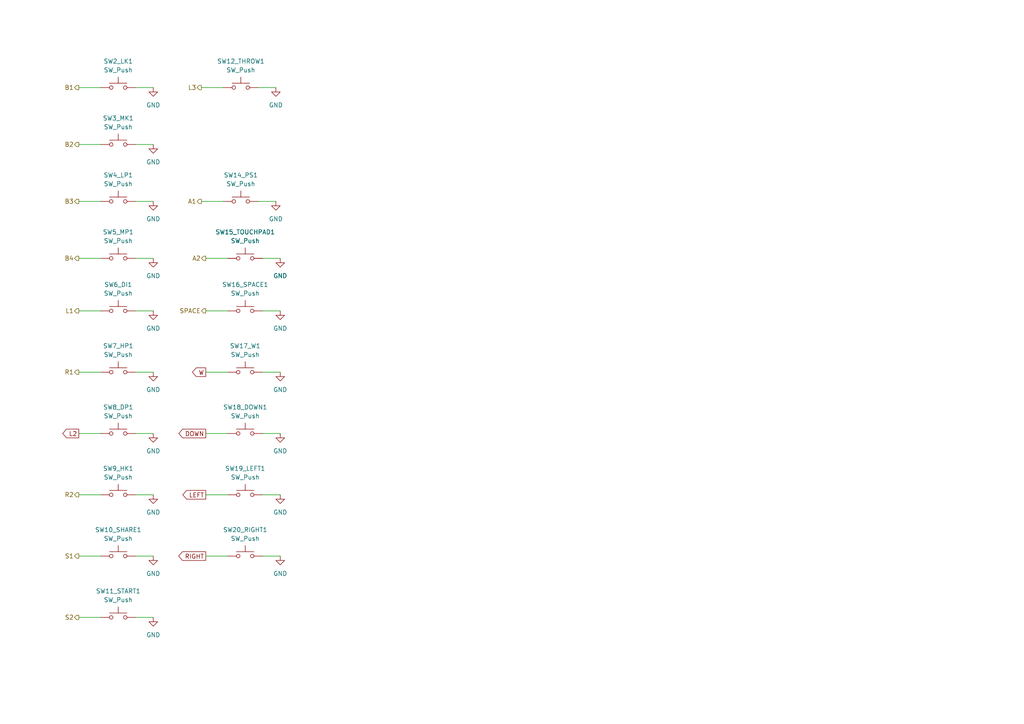
<source format=kicad_sch>
(kicad_sch (version 20231120) (generator "eeschema") (generator_version "8.0")
  (paper "A4")
  (lib_symbols
    (symbol "Switch:SW_Push" (pin_numbers hide) (pin_names (offset 1.016) hide)
      (property "Reference" "SW" (at 1.27 2.54 0))
      (property "Value" "SW_Push" (at 0 -1.524 0))
      (symbol "SW_Push_0_1"
        (circle (center -2.032 0) (radius 0.508))
        (polyline (pts (xy 0 1.27) (xy 0 3.048)))
        (polyline (pts (xy 2.54 1.27) (xy -2.54 1.27)))
        (circle (center 2.032 0) (radius 0.508))
        (pin passive line (at -5.08 0 0) (length 2.54) (name "1") (number "1"))
        (pin passive line (at 5.08 0 180) (length 2.54) (name "2") (number "2"))
      )
    )
    (symbol "power:GND" (power) (pin_names (offset 0))
      (property "Value" "GND" (at 0 -3.81 0))
      (symbol "GND_0_1"
        (polyline (pts (xy 0 0) (xy 0 -1.27) (xy 1.27 -1.27) (xy 0 -2.54) (xy -1.27 -1.27) (xy 0 -1.27)))
      )
      (symbol "GND_1_1"
        (pin power_in line (at 0 0 270) (length 0) hide (name "GND") (number "1"))
      )
    )
  )
  (wire (pts (xy 22.86 74.93) (xy 29.21 74.93)))
  (wire (pts (xy 59.69 90.17) (xy 66.04 90.17)))
  (wire (pts (xy 58.42 58.42) (xy 64.77 58.42)))
  (wire (pts (xy 58.42 25.4) (xy 64.77 25.4)))
  (wire (pts (xy 39.37 90.17) (xy 44.45 90.17)))
  (wire (pts (xy 76.2 143.51) (xy 81.28 143.51)))
  (wire (pts (xy 39.37 143.51) (xy 44.45 143.51)))
  (wire (pts (xy 76.2 90.17) (xy 81.28 90.17)))
  (wire (pts (xy 22.86 107.95) (xy 29.21 107.95)))
  (wire (pts (xy 22.86 125.73) (xy 29.21 125.73)))
  (wire (pts (xy 39.37 179.07) (xy 44.45 179.07)))
  (wire (pts (xy 59.69 125.73) (xy 66.04 125.73)))
  (wire (pts (xy 22.86 143.51) (xy 29.21 143.51)))
  (wire (pts (xy 76.2 74.93) (xy 81.28 74.93)))
  (wire (pts (xy 22.86 90.17) (xy 29.21 90.17)))
  (wire (pts (xy 22.86 41.91) (xy 29.21 41.91)))
  (wire (pts (xy 39.37 125.73) (xy 44.45 125.73)))
  (wire (pts (xy 39.37 25.4) (xy 44.45 25.4)))
  (wire (pts (xy 39.37 107.95) (xy 44.45 107.95)))
  (wire (pts (xy 59.69 143.51) (xy 66.04 143.51)))
  (wire (pts (xy 76.2 107.95) (xy 81.28 107.95)))
  (wire (pts (xy 59.69 74.93) (xy 66.04 74.93)))
  (wire (pts (xy 22.86 179.07) (xy 29.21 179.07)))
  (wire (pts (xy 76.2 125.73) (xy 81.28 125.73)))
  (wire (pts (xy 22.86 58.42) (xy 29.21 58.42)))
  (wire (pts (xy 39.37 74.93) (xy 44.45 74.93)))
  (wire (pts (xy 39.37 58.42) (xy 44.45 58.42)))
  (wire (pts (xy 39.37 41.91) (xy 44.45 41.91)))
  (wire (pts (xy 76.2 161.29) (xy 81.28 161.29)))
  (wire (pts (xy 74.93 58.42) (xy 80.01 58.42)))
  (wire (pts (xy 22.86 25.4) (xy 29.21 25.4)))
  (wire (pts (xy 39.37 161.29) (xy 44.45 161.29)))
  (wire (pts (xy 59.69 107.95) (xy 66.04 107.95)))
  (wire (pts (xy 22.86 161.29) (xy 29.21 161.29)))
  (wire (pts (xy 59.69 161.29) (xy 66.04 161.29)))
  (wire (pts (xy 74.93 25.4) (xy 80.01 25.4)))
  (global_label "W" (shape output) (at 59.69 107.95 180) (property "Intersheetrefs" "${INTERSHEET_REFS}" (effects (hide yes))))
  (global_label "RIGHT" (shape output) (at 59.69 161.29 180) (property "Intersheetrefs" "${INTERSHEET_REFS}" (effects (hide yes))))
  (global_label "LEFT" (shape output) (at 59.69 143.51 180) (property "Intersheetrefs" "${INTERSHEET_REFS}" (effects (hide yes))))
  (global_label "L2" (shape output) (at 22.86 125.73 180) (property "Intersheetrefs" "${INTERSHEET_REFS}" (effects (hide yes))))
  (global_label "DOWN" (shape output) (at 59.69 125.73 180) (property "Intersheetrefs" "${INTERSHEET_REFS}" (effects (hide yes))))
  (hierarchical_label "A2" (shape output) (at 59.69 74.93 180))
  (hierarchical_label "B1" (shape output) (at 22.86 25.4 180))
  (hierarchical_label "SPACE" (shape output) (at 59.69 90.17 180))
  (hierarchical_label "B3" (shape output) (at 22.86 58.42 180))
  (hierarchical_label "B4" (shape output) (at 22.86 74.93 180))
  (hierarchical_label "S2" (shape output) (at 22.86 179.07 180))
  (hierarchical_label "B2" (shape output) (at 22.86 41.91 180))
  (hierarchical_label "R1" (shape output) (at 22.86 107.95 180))
  (hierarchical_label "L1" (shape output) (at 22.86 90.17 180))
  (hierarchical_label "A1" (shape output) (at 58.42 58.42 180))
  (hierarchical_label "R2" (shape output) (at 22.86 143.51 180))
  (hierarchical_label "S1" (shape output) (at 22.86 161.29 180))
  (hierarchical_label "L3" (shape output) (at 58.42 25.4 180))
  (symbol (lib_id "Switch:SW_Push") (at 71.12 125.73 0) (unit 1) (in_bom no)
    (property "Reference" "SW18_DOWN1" (at 71.12 118.11 0))
    (property "Value" "SW_Push" (at 71.12 120.65 0))
    (property "Footprint" "PCM_Switch_Keyboard_Hotswap_Kailh:SW_Hotswap_Kailh_MX_1.00u" (effects (hide yes)))
  )
  (symbol (lib_id "power:GND") (at 81.28 90.17 0) (unit 1)
    (property "Reference" "#PWR040" (effects (hide yes)))
    (property "Value" "GND" (at 81.28 95.25 0))
  )
  (symbol (lib_id "power:GND") (at 44.45 125.73 0) (unit 1)
    (property "Reference" "#PWR032" (effects (hide yes)))
    (property "Value" "GND" (at 44.45 130.81 0))
  )
  (symbol (lib_id "Switch:SW_Push") (at 34.29 74.93 0) (unit 1) (in_bom no)
    (property "Reference" "SW5_MP1" (at 34.29 67.31 0))
    (property "Value" "SW_Push" (at 34.29 69.85 0))
    (property "Footprint" "PCM_Switch_Keyboard_Hotswap_Kailh:SW_Hotswap_Kailh_MX" (effects (hide yes)))
  )
  (symbol (lib_id "power:GND") (at 81.28 74.93 0) (unit 1)
    (property "Reference" "#PWR039" (effects (hide yes)))
    (property "Value" "GND" (at 81.28 80.01 0))
  )
  (symbol (lib_id "power:GND") (at 44.45 143.51 0) (unit 1)
    (property "Reference" "#PWR033" (effects (hide yes)))
    (property "Value" "GND" (at 44.45 148.59 0))
  )
  (symbol (lib_id "Switch:SW_Push") (at 71.12 161.29 0) (unit 1) (in_bom no)
    (property "Reference" "SW20_RIGHT1" (at 71.12 153.67 0))
    (property "Value" "SW_Push" (at 71.12 156.21 0))
    (property "Footprint" "PCM_Switch_Keyboard_Hotswap_Kailh:SW_Hotswap_Kailh_MX_1.00u" (effects (hide yes)))
  )
  (symbol (lib_id "power:GND") (at 81.28 125.73 0) (unit 1)
    (property "Reference" "#PWR042" (effects (hide yes)))
    (property "Value" "GND" (at 81.28 130.81 0))
  )
  (symbol (lib_id "power:GND") (at 80.01 25.4 0) (unit 1)
    (property "Reference" "#PWR036" (effects (hide yes)))
    (property "Value" "GND" (at 80.01 30.48 0))
  )
  (symbol (lib_id "power:GND") (at 81.28 107.95 0) (unit 1)
    (property "Reference" "#PWR041" (effects (hide yes)))
    (property "Value" "GND" (at 81.28 113.03 0))
  )
  (symbol (lib_id "Switch:SW_Push") (at 71.12 107.95 0) (unit 1) (in_bom no)
    (property "Reference" "SW17_W1" (at 71.12 100.33 0))
    (property "Value" "SW_Push" (at 71.12 102.87 0))
    (property "Footprint" "PCM_Switch_Keyboard_Hotswap_Kailh:SW_Hotswap_Kailh_MX_1.00u" (effects (hide yes)))
  )
  (symbol (lib_id "power:GND") (at 44.45 25.4 0) (unit 1)
    (property "Reference" "#PWR026" (effects (hide yes)))
    (property "Value" "GND" (at 44.45 30.48 0))
  )
  (symbol (lib_id "Switch:SW_Push") (at 34.29 179.07 0) (unit 1) (in_bom no)
    (property "Reference" "SW11_START1" (at 34.29 171.45 0))
    (property "Value" "SW_Push" (at 34.29 173.99 0))
    (property "Footprint" "PCM_Switch_Keyboard_Cherry_MX:SW_Cherry_MX_PCB" (effects (hide yes)))
  )
  (symbol (lib_id "Switch:SW_Push") (at 71.12 90.17 0) (unit 1) (in_bom no)
    (property "Reference" "SW16_SPACE1" (at 71.12 82.55 0))
    (property "Value" "SW_Push" (at 71.12 85.09 0))
    (property "Footprint" "PCM_Switch_Keyboard_Hotswap_Kailh:SW_Hotswap_Kailh_MX" (effects (hide yes)))
  )
  (symbol (lib_id "power:GND") (at 44.45 90.17 0) (unit 1)
    (property "Reference" "#PWR030" (effects (hide yes)))
    (property "Value" "GND" (at 44.45 95.25 0))
  )
  (symbol (lib_id "Switch:SW_Push") (at 69.85 25.4 0) (unit 1) (in_bom no)
    (property "Reference" "SW12_THROW1" (at 69.85 17.78 0))
    (property "Value" "SW_Push" (at 69.85 20.32 0))
    (property "Footprint" "PCM_Switch_Keyboard_Hotswap_Kailh:SW_Hotswap_Kailh_MX" (effects (hide yes)))
  )
  (symbol (lib_id "Switch:SW_Push") (at 34.29 41.91 0) (unit 1) (in_bom no)
    (property "Reference" "SW3_MK1" (at 34.29 34.29 0))
    (property "Value" "SW_Push" (at 34.29 36.83 0))
    (property "Footprint" "PCM_Switch_Keyboard_Hotswap_Kailh:SW_Hotswap_Kailh_MX" (effects (hide yes)))
  )
  (symbol (lib_id "power:GND") (at 44.45 107.95 0) (unit 1)
    (property "Reference" "#PWR031" (effects (hide yes)))
    (property "Value" "GND" (at 44.45 113.03 0))
  )
  (symbol (lib_id "Switch:SW_Push") (at 34.29 161.29 0) (unit 1) (in_bom no)
    (property "Reference" "SW10_SHARE1" (at 34.29 153.67 0))
    (property "Value" "SW_Push" (at 34.29 156.21 0))
    (property "Footprint" "PCM_Switch_Keyboard_Cherry_MX:SW_Cherry_MX_PCB" (effects (hide yes)))
  )
  (symbol (lib_id "power:GND") (at 44.45 74.93 0) (unit 1)
    (property "Reference" "#PWR029" (effects (hide yes)))
    (property "Value" "GND" (at 44.45 80.01 0))
  )
  (symbol (lib_id "Switch:SW_Push") (at 34.29 58.42 0) (unit 1) (in_bom no)
    (property "Reference" "SW4_LP1" (at 34.29 50.8 0))
    (property "Value" "SW_Push" (at 34.29 53.34 0))
    (property "Footprint" "PCM_Switch_Keyboard_Hotswap_Kailh:SW_Hotswap_Kailh_MX" (effects (hide yes)))
  )
  (symbol (lib_id "Switch:SW_Push") (at 34.29 143.51 0) (unit 1) (in_bom no)
    (property "Reference" "SW9_HK1" (at 34.29 135.89 0))
    (property "Value" "SW_Push" (at 34.29 138.43 0))
    (property "Footprint" "PCM_Switch_Keyboard_Hotswap_Kailh:SW_Hotswap_Kailh_MX" (effects (hide yes)))
  )
  (symbol (lib_id "power:GND") (at 44.45 179.07 0) (unit 1)
    (property "Reference" "#PWR035" (effects (hide yes)))
    (property "Value" "GND" (at 44.45 184.15 0))
  )
  (symbol (lib_id "power:GND") (at 44.45 58.42 0) (unit 1)
    (property "Reference" "#PWR028" (effects (hide yes)))
    (property "Value" "GND" (at 44.45 63.5 0))
  )
  (symbol (lib_id "power:GND") (at 81.28 161.29 0) (unit 1)
    (property "Reference" "#PWR044" (effects (hide yes)))
    (property "Value" "GND" (at 81.28 166.37 0))
  )
  (symbol (lib_id "Switch:SW_Push") (at 71.12 74.93 0) (unit 1) (in_bom no)
    (property "Reference" "SW15_TOUCHPAD1" (at 71.12 67.31 0))
    (property "Value" "SW_Push" (at 71.12 69.85 0))
    (property "Footprint" "PCM_Switch_Keyboard_Cherry_MX:SW_Cherry_MX_PCB" (effects (hide yes)))
  )
  (symbol (lib_id "Switch:SW_Push") (at 69.85 58.42 0) (unit 1) (in_bom no)
    (property "Reference" "SW14_PS1" (at 69.85 50.8 0))
    (property "Value" "SW_Push" (at 69.85 53.34 0))
    (property "Footprint" "PCM_Switch_Keyboard_Cherry_MX:SW_Cherry_MX_PCB" (effects (hide yes)))
  )
  (symbol (lib_id "power:GND") (at 80.01 58.42 0) (unit 1)
    (property "Reference" "#PWR038" (effects (hide yes)))
    (property "Value" "GND" (at 80.01 63.5 0))
  )
  (symbol (lib_id "Switch:SW_Push") (at 34.29 125.73 0) (unit 1) (in_bom no)
    (property "Reference" "SW8_DP1" (at 34.29 118.11 0))
    (property "Value" "SW_Push" (at 34.29 120.65 0))
    (property "Footprint" "PCM_Switch_Keyboard_Hotswap_Kailh:SW_Hotswap_Kailh_MX" (effects (hide yes)))
  )
  (symbol (lib_id "Switch:SW_Push") (at 34.29 25.4 0) (unit 1) (in_bom no)
    (property "Reference" "SW2_LK1" (at 34.29 17.78 0))
    (property "Value" "SW_Push" (at 34.29 20.32 0))
    (property "Footprint" "PCM_Switch_Keyboard_Hotswap_Kailh:SW_Hotswap_Kailh_MX" (effects (hide yes)))
  )
  (symbol (lib_id "Switch:SW_Push") (at 34.29 107.95 0) (unit 1) (in_bom no)
    (property "Reference" "SW7_HP1" (at 34.29 100.33 0))
    (property "Value" "SW_Push" (at 34.29 102.87 0))
    (property "Footprint" "PCM_Switch_Keyboard_Hotswap_Kailh:SW_Hotswap_Kailh_MX" (effects (hide yes)))
  )
  (symbol (lib_id "Switch:SW_Push") (at 71.12 143.51 0) (unit 1) (in_bom no)
    (property "Reference" "SW19_LEFT1" (at 71.12 135.89 0))
    (property "Value" "SW_Push" (at 71.12 138.43 0))
    (property "Footprint" "PCM_Switch_Keyboard_Hotswap_Kailh:SW_Hotswap_Kailh_MX_1.00u" (effects (hide yes)))
  )
  (symbol (lib_id "power:GND") (at 81.28 143.51 0) (unit 1)
    (property "Reference" "#PWR043" (effects (hide yes)))
    (property "Value" "GND" (at 81.28 148.59 0))
  )
  (symbol (lib_id "Switch:SW_Push") (at 34.29 90.17 0) (unit 1) (in_bom no)
    (property "Reference" "SW6_DI1" (at 34.29 82.55 0))
    (property "Value" "SW_Push" (at 34.29 85.09 0))
    (property "Footprint" "PCM_Switch_Keyboard_Hotswap_Kailh:SW_Hotswap_Kailh_MX" (effects (hide yes)))
  )
  (symbol (lib_id "power:GND") (at 44.45 161.29 0) (unit 1)
    (property "Reference" "#PWR034" (effects (hide yes)))
    (property "Value" "GND" (at 44.45 166.37 0))
  )
  (symbol (lib_id "power:GND") (at 44.45 41.91 0) (unit 1)
    (property "Reference" "#PWR027" (effects (hide yes)))
    (property "Value" "GND" (at 44.45 46.99 0))
  )
)
</source>
